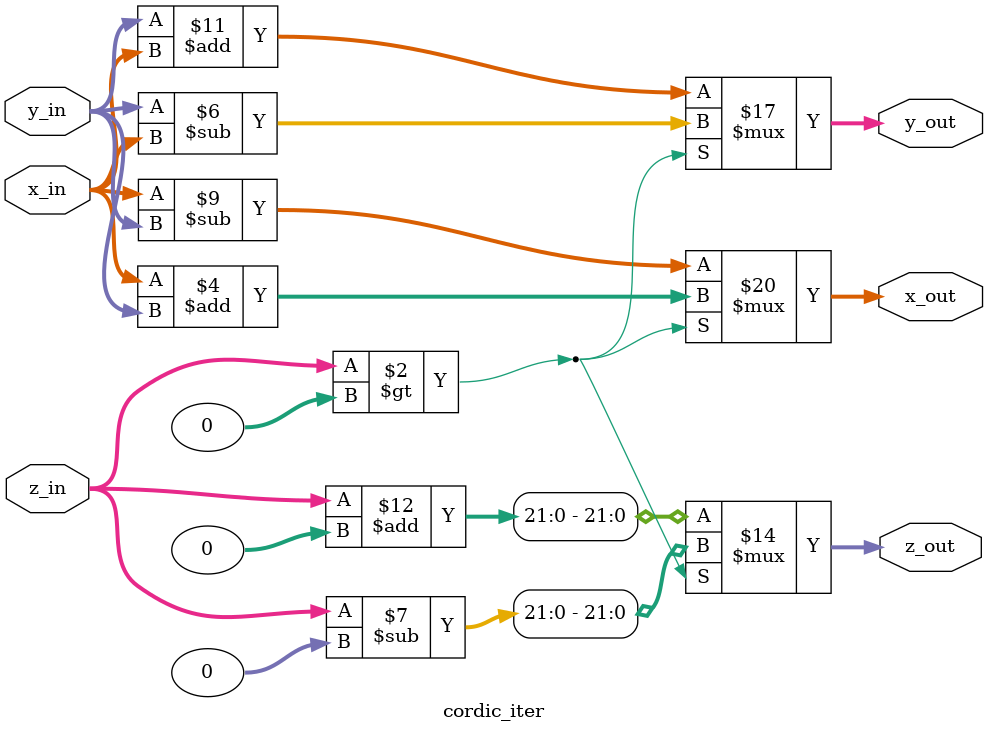
<source format=v>
module cordic_iter #(  
    parameter FRAC_BITS = 20,
    parameter ITERATION = 0,
    parameter ANGLE = 0
)

(
    input  wire signed     [FRAC_BITS+1:0] x_in,
    input  wire signed     [FRAC_BITS+1:0] y_in,
    input  wire signed     [FRAC_BITS+1:0] z_in,
    output  reg signed     [FRAC_BITS+1:0] x_out,
    output  reg signed     [FRAC_BITS+1:0] y_out,
    output  reg signed     [FRAC_BITS+1:0] z_out
);

always @(*)
begin
    if (z_in > 0) begin
        x_out = x_in + (y_in >>> ITERATION);
        y_out = y_in - (x_in >>> ITERATION);
        z_out = z_in - ANGLE;
    end
    else begin
        x_out = x_in - (y_in >>> ITERATION);
        y_out = y_in + (x_in >>> ITERATION);
        z_out = z_in + ANGLE;
    end
end


endmodule
</source>
